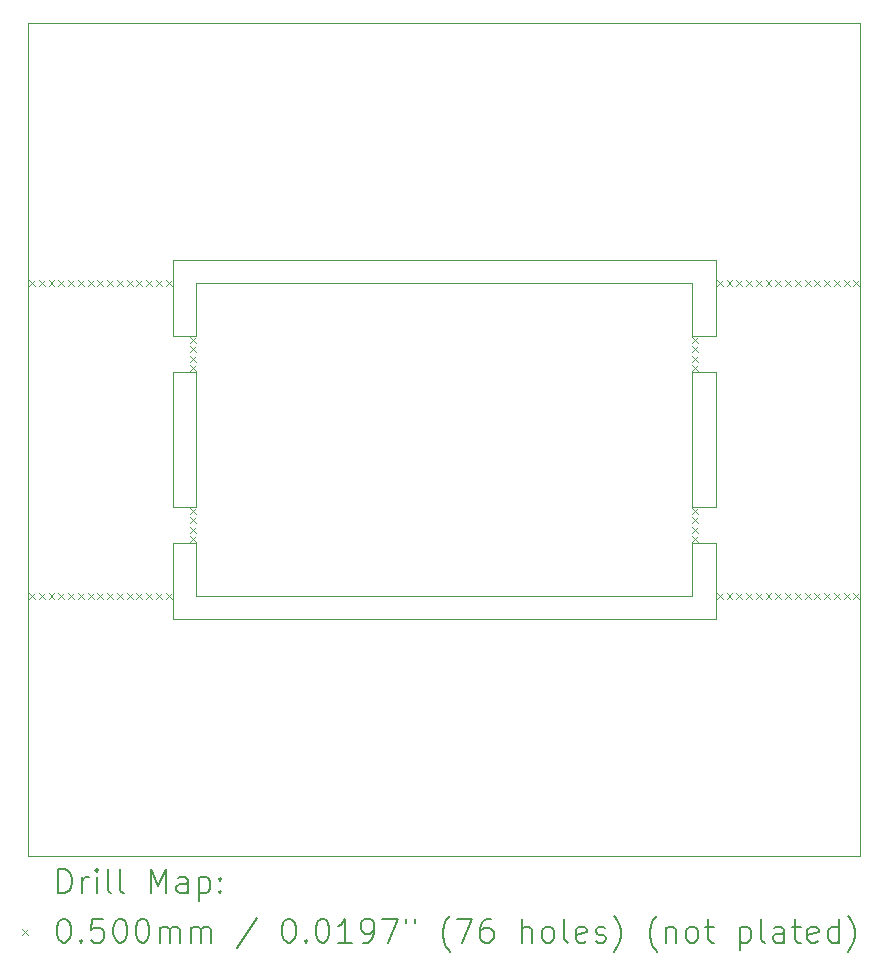
<source format=gbr>
%TF.GenerationSoftware,KiCad,Pcbnew,9.0.4*%
%TF.CreationDate,2025-08-20T21:16:51-04:00*%
%TF.ProjectId,jlcpcb_1x1,6a6c6370-6362-45f3-9178-312e6b696361,rev?*%
%TF.SameCoordinates,Original*%
%TF.FileFunction,Drillmap*%
%TF.FilePolarity,Positive*%
%FSLAX45Y45*%
G04 Gerber Fmt 4.5, Leading zero omitted, Abs format (unit mm)*
G04 Created by KiCad (PCBNEW 9.0.4) date 2025-08-20 21:16:51*
%MOMM*%
%LPD*%
G01*
G04 APERTURE LIST*
%ADD10C,0.100000*%
%ADD11C,0.200000*%
G04 APERTURE END LIST*
D10*
X5623000Y-4096000D02*
X5623000Y-2950000D01*
X1223000Y-2000000D02*
X5823000Y-2000000D01*
X5823000Y-4396000D02*
X5823000Y-5046000D01*
X7046000Y0D02*
X0Y0D01*
X1223000Y-2950000D02*
X1423000Y-2950000D01*
X5623000Y-2950000D02*
X5823000Y-2950000D01*
X5823000Y-2650000D02*
X5623000Y-2650000D01*
X5623000Y-2650000D02*
X5623000Y-2200000D01*
X1423000Y-2650000D02*
X1223000Y-2650000D01*
X0Y-7046000D02*
X7046000Y-7046000D01*
X1423000Y-2950000D02*
X1423000Y-4096000D01*
X1423000Y-4846000D02*
X5623000Y-4846000D01*
X1423000Y-4396000D02*
X1423000Y-4846000D01*
X5823000Y-5046000D02*
X1223000Y-5046000D01*
X1423000Y-4096000D02*
X1223000Y-4096000D01*
X5823000Y-2950000D02*
X5823000Y-4096000D01*
X1223000Y-2650000D02*
X1223000Y-2000000D01*
X5823000Y-4096000D02*
X5623000Y-4096000D01*
X5623000Y-2200000D02*
X1423000Y-2200000D01*
X1423000Y-2200000D02*
X1423000Y-2650000D01*
X5823000Y-2000000D02*
X5823000Y-2650000D01*
X1223000Y-5046000D02*
X1223000Y-4396000D01*
X5623000Y-4396000D02*
X5823000Y-4396000D01*
X1223000Y-4396000D02*
X1423000Y-4396000D01*
X1223000Y-4096000D02*
X1223000Y-2950000D01*
X5623000Y-4846000D02*
X5623000Y-4396000D01*
X0Y0D02*
X0Y-7046000D01*
X7046000Y-7046000D02*
X7046000Y0D01*
D11*
D10*
X7687Y-2175000D02*
X57687Y-2225000D01*
X57687Y-2175000D02*
X7687Y-2225000D01*
X7687Y-4821000D02*
X57687Y-4871000D01*
X57687Y-4821000D02*
X7687Y-4871000D01*
X90375Y-2175000D02*
X140375Y-2225000D01*
X140375Y-2175000D02*
X90375Y-2225000D01*
X90375Y-4821000D02*
X140375Y-4871000D01*
X140375Y-4821000D02*
X90375Y-4871000D01*
X173063Y-2175000D02*
X223062Y-2225000D01*
X223062Y-2175000D02*
X173063Y-2225000D01*
X173063Y-4821000D02*
X223062Y-4871000D01*
X223062Y-4821000D02*
X173063Y-4871000D01*
X255750Y-2175000D02*
X305750Y-2225000D01*
X305750Y-2175000D02*
X255750Y-2225000D01*
X255750Y-4821000D02*
X305750Y-4871000D01*
X305750Y-4821000D02*
X255750Y-4871000D01*
X338438Y-2175000D02*
X388437Y-2225000D01*
X388437Y-2175000D02*
X338438Y-2225000D01*
X338438Y-4821000D02*
X388437Y-4871000D01*
X388437Y-4821000D02*
X338438Y-4871000D01*
X421125Y-2175000D02*
X471125Y-2225000D01*
X471125Y-2175000D02*
X421125Y-2225000D01*
X421125Y-4821000D02*
X471125Y-4871000D01*
X471125Y-4821000D02*
X421125Y-4871000D01*
X503812Y-2175000D02*
X553813Y-2225000D01*
X553813Y-2175000D02*
X503812Y-2225000D01*
X503812Y-4821000D02*
X553813Y-4871000D01*
X553813Y-4821000D02*
X503812Y-4871000D01*
X586500Y-2175000D02*
X636500Y-2225000D01*
X636500Y-2175000D02*
X586500Y-2225000D01*
X586500Y-4821000D02*
X636500Y-4871000D01*
X636500Y-4821000D02*
X586500Y-4871000D01*
X669188Y-2175000D02*
X719187Y-2225000D01*
X719187Y-2175000D02*
X669188Y-2225000D01*
X669188Y-4821000D02*
X719187Y-4871000D01*
X719187Y-4821000D02*
X669188Y-4871000D01*
X751875Y-2175000D02*
X801875Y-2225000D01*
X801875Y-2175000D02*
X751875Y-2225000D01*
X751875Y-4821000D02*
X801875Y-4871000D01*
X801875Y-4821000D02*
X751875Y-4871000D01*
X834562Y-2175000D02*
X884562Y-2225000D01*
X884562Y-2175000D02*
X834562Y-2225000D01*
X834562Y-4821000D02*
X884562Y-4871000D01*
X884562Y-4821000D02*
X834562Y-4871000D01*
X917250Y-2175000D02*
X967250Y-2225000D01*
X967250Y-2175000D02*
X917250Y-2225000D01*
X917250Y-4821000D02*
X967250Y-4871000D01*
X967250Y-4821000D02*
X917250Y-4871000D01*
X999937Y-2175000D02*
X1049938Y-2225000D01*
X1049938Y-2175000D02*
X999937Y-2225000D01*
X999937Y-4821000D02*
X1049938Y-4871000D01*
X1049938Y-4821000D02*
X999937Y-4871000D01*
X1082625Y-2175000D02*
X1132625Y-2225000D01*
X1132625Y-2175000D02*
X1082625Y-2225000D01*
X1082625Y-4821000D02*
X1132625Y-4871000D01*
X1132625Y-4821000D02*
X1082625Y-4871000D01*
X1165313Y-2175000D02*
X1215313Y-2225000D01*
X1215313Y-2175000D02*
X1165313Y-2225000D01*
X1165313Y-4821000D02*
X1215313Y-4871000D01*
X1215313Y-4821000D02*
X1165313Y-4871000D01*
X1373000Y-2655000D02*
X1423000Y-2705000D01*
X1423000Y-2655000D02*
X1373000Y-2705000D01*
X1373000Y-2735000D02*
X1423000Y-2785000D01*
X1423000Y-2735000D02*
X1373000Y-2785000D01*
X1373000Y-2815000D02*
X1423000Y-2865000D01*
X1423000Y-2815000D02*
X1373000Y-2865000D01*
X1373000Y-2895000D02*
X1423000Y-2945000D01*
X1423000Y-2895000D02*
X1373000Y-2945000D01*
X1373000Y-4101000D02*
X1423000Y-4151000D01*
X1423000Y-4101000D02*
X1373000Y-4151000D01*
X1373000Y-4181000D02*
X1423000Y-4231000D01*
X1423000Y-4181000D02*
X1373000Y-4231000D01*
X1373000Y-4261000D02*
X1423000Y-4311000D01*
X1423000Y-4261000D02*
X1373000Y-4311000D01*
X1373000Y-4341000D02*
X1423000Y-4391000D01*
X1423000Y-4341000D02*
X1373000Y-4391000D01*
X5623000Y-2655000D02*
X5673000Y-2705000D01*
X5673000Y-2655000D02*
X5623000Y-2705000D01*
X5623000Y-2735000D02*
X5673000Y-2785000D01*
X5673000Y-2735000D02*
X5623000Y-2785000D01*
X5623000Y-2815000D02*
X5673000Y-2865000D01*
X5673000Y-2815000D02*
X5623000Y-2865000D01*
X5623000Y-2895000D02*
X5673000Y-2945000D01*
X5673000Y-2895000D02*
X5623000Y-2945000D01*
X5623000Y-4101000D02*
X5673000Y-4151000D01*
X5673000Y-4101000D02*
X5623000Y-4151000D01*
X5623000Y-4181000D02*
X5673000Y-4231000D01*
X5673000Y-4181000D02*
X5623000Y-4231000D01*
X5623000Y-4261000D02*
X5673000Y-4311000D01*
X5673000Y-4261000D02*
X5623000Y-4311000D01*
X5623000Y-4341000D02*
X5673000Y-4391000D01*
X5673000Y-4341000D02*
X5623000Y-4391000D01*
X5830687Y-2175000D02*
X5880687Y-2225000D01*
X5880687Y-2175000D02*
X5830687Y-2225000D01*
X5830687Y-4821000D02*
X5880687Y-4871000D01*
X5880687Y-4821000D02*
X5830687Y-4871000D01*
X5913375Y-2175000D02*
X5963375Y-2225000D01*
X5963375Y-2175000D02*
X5913375Y-2225000D01*
X5913375Y-4821000D02*
X5963375Y-4871000D01*
X5963375Y-4821000D02*
X5913375Y-4871000D01*
X5996062Y-2175000D02*
X6046062Y-2225000D01*
X6046062Y-2175000D02*
X5996062Y-2225000D01*
X5996062Y-4821000D02*
X6046062Y-4871000D01*
X6046062Y-4821000D02*
X5996062Y-4871000D01*
X6078750Y-2175000D02*
X6128750Y-2225000D01*
X6128750Y-2175000D02*
X6078750Y-2225000D01*
X6078750Y-4821000D02*
X6128750Y-4871000D01*
X6128750Y-4821000D02*
X6078750Y-4871000D01*
X6161437Y-2175000D02*
X6211437Y-2225000D01*
X6211437Y-2175000D02*
X6161437Y-2225000D01*
X6161437Y-4821000D02*
X6211437Y-4871000D01*
X6211437Y-4821000D02*
X6161437Y-4871000D01*
X6244125Y-2175000D02*
X6294125Y-2225000D01*
X6294125Y-2175000D02*
X6244125Y-2225000D01*
X6244125Y-4821000D02*
X6294125Y-4871000D01*
X6294125Y-4821000D02*
X6244125Y-4871000D01*
X6326812Y-2175000D02*
X6376812Y-2225000D01*
X6376812Y-2175000D02*
X6326812Y-2225000D01*
X6326812Y-4821000D02*
X6376812Y-4871000D01*
X6376812Y-4821000D02*
X6326812Y-4871000D01*
X6409500Y-2175000D02*
X6459500Y-2225000D01*
X6459500Y-2175000D02*
X6409500Y-2225000D01*
X6409500Y-4821000D02*
X6459500Y-4871000D01*
X6459500Y-4821000D02*
X6409500Y-4871000D01*
X6492187Y-2175000D02*
X6542187Y-2225000D01*
X6542187Y-2175000D02*
X6492187Y-2225000D01*
X6492187Y-4821000D02*
X6542187Y-4871000D01*
X6542187Y-4821000D02*
X6492187Y-4871000D01*
X6574875Y-2175000D02*
X6624875Y-2225000D01*
X6624875Y-2175000D02*
X6574875Y-2225000D01*
X6574875Y-4821000D02*
X6624875Y-4871000D01*
X6624875Y-4821000D02*
X6574875Y-4871000D01*
X6657562Y-2175000D02*
X6707562Y-2225000D01*
X6707562Y-2175000D02*
X6657562Y-2225000D01*
X6657562Y-4821000D02*
X6707562Y-4871000D01*
X6707562Y-4821000D02*
X6657562Y-4871000D01*
X6740250Y-2175000D02*
X6790250Y-2225000D01*
X6790250Y-2175000D02*
X6740250Y-2225000D01*
X6740250Y-4821000D02*
X6790250Y-4871000D01*
X6790250Y-4821000D02*
X6740250Y-4871000D01*
X6822937Y-2175000D02*
X6872937Y-2225000D01*
X6872937Y-2175000D02*
X6822937Y-2225000D01*
X6822937Y-4821000D02*
X6872937Y-4871000D01*
X6872937Y-4821000D02*
X6822937Y-4871000D01*
X6905625Y-2175000D02*
X6955625Y-2225000D01*
X6955625Y-2175000D02*
X6905625Y-2225000D01*
X6905625Y-4821000D02*
X6955625Y-4871000D01*
X6955625Y-4821000D02*
X6905625Y-4871000D01*
X6988312Y-2175000D02*
X7038312Y-2225000D01*
X7038312Y-2175000D02*
X6988312Y-2225000D01*
X6988312Y-4821000D02*
X7038312Y-4871000D01*
X7038312Y-4821000D02*
X6988312Y-4871000D01*
D11*
X255777Y-7362484D02*
X255777Y-7162484D01*
X255777Y-7162484D02*
X303396Y-7162484D01*
X303396Y-7162484D02*
X331967Y-7172008D01*
X331967Y-7172008D02*
X351015Y-7191055D01*
X351015Y-7191055D02*
X360539Y-7210103D01*
X360539Y-7210103D02*
X370062Y-7248198D01*
X370062Y-7248198D02*
X370062Y-7276769D01*
X370062Y-7276769D02*
X360539Y-7314865D01*
X360539Y-7314865D02*
X351015Y-7333912D01*
X351015Y-7333912D02*
X331967Y-7352960D01*
X331967Y-7352960D02*
X303396Y-7362484D01*
X303396Y-7362484D02*
X255777Y-7362484D01*
X455777Y-7362484D02*
X455777Y-7229150D01*
X455777Y-7267246D02*
X465301Y-7248198D01*
X465301Y-7248198D02*
X474824Y-7238674D01*
X474824Y-7238674D02*
X493872Y-7229150D01*
X493872Y-7229150D02*
X512920Y-7229150D01*
X579586Y-7362484D02*
X579586Y-7229150D01*
X579586Y-7162484D02*
X570063Y-7172008D01*
X570063Y-7172008D02*
X579586Y-7181531D01*
X579586Y-7181531D02*
X589110Y-7172008D01*
X589110Y-7172008D02*
X579586Y-7162484D01*
X579586Y-7162484D02*
X579586Y-7181531D01*
X703396Y-7362484D02*
X684348Y-7352960D01*
X684348Y-7352960D02*
X674824Y-7333912D01*
X674824Y-7333912D02*
X674824Y-7162484D01*
X808158Y-7362484D02*
X789110Y-7352960D01*
X789110Y-7352960D02*
X779586Y-7333912D01*
X779586Y-7333912D02*
X779586Y-7162484D01*
X1036729Y-7362484D02*
X1036729Y-7162484D01*
X1036729Y-7162484D02*
X1103396Y-7305341D01*
X1103396Y-7305341D02*
X1170063Y-7162484D01*
X1170063Y-7162484D02*
X1170063Y-7362484D01*
X1351015Y-7362484D02*
X1351015Y-7257722D01*
X1351015Y-7257722D02*
X1341491Y-7238674D01*
X1341491Y-7238674D02*
X1322444Y-7229150D01*
X1322444Y-7229150D02*
X1284348Y-7229150D01*
X1284348Y-7229150D02*
X1265301Y-7238674D01*
X1351015Y-7352960D02*
X1331967Y-7362484D01*
X1331967Y-7362484D02*
X1284348Y-7362484D01*
X1284348Y-7362484D02*
X1265301Y-7352960D01*
X1265301Y-7352960D02*
X1255777Y-7333912D01*
X1255777Y-7333912D02*
X1255777Y-7314865D01*
X1255777Y-7314865D02*
X1265301Y-7295817D01*
X1265301Y-7295817D02*
X1284348Y-7286293D01*
X1284348Y-7286293D02*
X1331967Y-7286293D01*
X1331967Y-7286293D02*
X1351015Y-7276769D01*
X1446253Y-7229150D02*
X1446253Y-7429150D01*
X1446253Y-7238674D02*
X1465301Y-7229150D01*
X1465301Y-7229150D02*
X1503396Y-7229150D01*
X1503396Y-7229150D02*
X1522443Y-7238674D01*
X1522443Y-7238674D02*
X1531967Y-7248198D01*
X1531967Y-7248198D02*
X1541491Y-7267246D01*
X1541491Y-7267246D02*
X1541491Y-7324388D01*
X1541491Y-7324388D02*
X1531967Y-7343436D01*
X1531967Y-7343436D02*
X1522443Y-7352960D01*
X1522443Y-7352960D02*
X1503396Y-7362484D01*
X1503396Y-7362484D02*
X1465301Y-7362484D01*
X1465301Y-7362484D02*
X1446253Y-7352960D01*
X1627205Y-7343436D02*
X1636729Y-7352960D01*
X1636729Y-7352960D02*
X1627205Y-7362484D01*
X1627205Y-7362484D02*
X1617682Y-7352960D01*
X1617682Y-7352960D02*
X1627205Y-7343436D01*
X1627205Y-7343436D02*
X1627205Y-7362484D01*
X1627205Y-7238674D02*
X1636729Y-7248198D01*
X1636729Y-7248198D02*
X1627205Y-7257722D01*
X1627205Y-7257722D02*
X1617682Y-7248198D01*
X1617682Y-7248198D02*
X1627205Y-7238674D01*
X1627205Y-7238674D02*
X1627205Y-7257722D01*
D10*
X-55000Y-7666000D02*
X-5000Y-7716000D01*
X-5000Y-7666000D02*
X-55000Y-7716000D01*
D11*
X293872Y-7582484D02*
X312920Y-7582484D01*
X312920Y-7582484D02*
X331967Y-7592008D01*
X331967Y-7592008D02*
X341491Y-7601531D01*
X341491Y-7601531D02*
X351015Y-7620579D01*
X351015Y-7620579D02*
X360539Y-7658674D01*
X360539Y-7658674D02*
X360539Y-7706293D01*
X360539Y-7706293D02*
X351015Y-7744388D01*
X351015Y-7744388D02*
X341491Y-7763436D01*
X341491Y-7763436D02*
X331967Y-7772960D01*
X331967Y-7772960D02*
X312920Y-7782484D01*
X312920Y-7782484D02*
X293872Y-7782484D01*
X293872Y-7782484D02*
X274824Y-7772960D01*
X274824Y-7772960D02*
X265301Y-7763436D01*
X265301Y-7763436D02*
X255777Y-7744388D01*
X255777Y-7744388D02*
X246253Y-7706293D01*
X246253Y-7706293D02*
X246253Y-7658674D01*
X246253Y-7658674D02*
X255777Y-7620579D01*
X255777Y-7620579D02*
X265301Y-7601531D01*
X265301Y-7601531D02*
X274824Y-7592008D01*
X274824Y-7592008D02*
X293872Y-7582484D01*
X446253Y-7763436D02*
X455777Y-7772960D01*
X455777Y-7772960D02*
X446253Y-7782484D01*
X446253Y-7782484D02*
X436729Y-7772960D01*
X436729Y-7772960D02*
X446253Y-7763436D01*
X446253Y-7763436D02*
X446253Y-7782484D01*
X636729Y-7582484D02*
X541491Y-7582484D01*
X541491Y-7582484D02*
X531967Y-7677722D01*
X531967Y-7677722D02*
X541491Y-7668198D01*
X541491Y-7668198D02*
X560539Y-7658674D01*
X560539Y-7658674D02*
X608158Y-7658674D01*
X608158Y-7658674D02*
X627205Y-7668198D01*
X627205Y-7668198D02*
X636729Y-7677722D01*
X636729Y-7677722D02*
X646253Y-7696769D01*
X646253Y-7696769D02*
X646253Y-7744388D01*
X646253Y-7744388D02*
X636729Y-7763436D01*
X636729Y-7763436D02*
X627205Y-7772960D01*
X627205Y-7772960D02*
X608158Y-7782484D01*
X608158Y-7782484D02*
X560539Y-7782484D01*
X560539Y-7782484D02*
X541491Y-7772960D01*
X541491Y-7772960D02*
X531967Y-7763436D01*
X770062Y-7582484D02*
X789110Y-7582484D01*
X789110Y-7582484D02*
X808158Y-7592008D01*
X808158Y-7592008D02*
X817682Y-7601531D01*
X817682Y-7601531D02*
X827205Y-7620579D01*
X827205Y-7620579D02*
X836729Y-7658674D01*
X836729Y-7658674D02*
X836729Y-7706293D01*
X836729Y-7706293D02*
X827205Y-7744388D01*
X827205Y-7744388D02*
X817682Y-7763436D01*
X817682Y-7763436D02*
X808158Y-7772960D01*
X808158Y-7772960D02*
X789110Y-7782484D01*
X789110Y-7782484D02*
X770062Y-7782484D01*
X770062Y-7782484D02*
X751015Y-7772960D01*
X751015Y-7772960D02*
X741491Y-7763436D01*
X741491Y-7763436D02*
X731967Y-7744388D01*
X731967Y-7744388D02*
X722443Y-7706293D01*
X722443Y-7706293D02*
X722443Y-7658674D01*
X722443Y-7658674D02*
X731967Y-7620579D01*
X731967Y-7620579D02*
X741491Y-7601531D01*
X741491Y-7601531D02*
X751015Y-7592008D01*
X751015Y-7592008D02*
X770062Y-7582484D01*
X960539Y-7582484D02*
X979586Y-7582484D01*
X979586Y-7582484D02*
X998634Y-7592008D01*
X998634Y-7592008D02*
X1008158Y-7601531D01*
X1008158Y-7601531D02*
X1017682Y-7620579D01*
X1017682Y-7620579D02*
X1027205Y-7658674D01*
X1027205Y-7658674D02*
X1027205Y-7706293D01*
X1027205Y-7706293D02*
X1017682Y-7744388D01*
X1017682Y-7744388D02*
X1008158Y-7763436D01*
X1008158Y-7763436D02*
X998634Y-7772960D01*
X998634Y-7772960D02*
X979586Y-7782484D01*
X979586Y-7782484D02*
X960539Y-7782484D01*
X960539Y-7782484D02*
X941491Y-7772960D01*
X941491Y-7772960D02*
X931967Y-7763436D01*
X931967Y-7763436D02*
X922443Y-7744388D01*
X922443Y-7744388D02*
X912920Y-7706293D01*
X912920Y-7706293D02*
X912920Y-7658674D01*
X912920Y-7658674D02*
X922443Y-7620579D01*
X922443Y-7620579D02*
X931967Y-7601531D01*
X931967Y-7601531D02*
X941491Y-7592008D01*
X941491Y-7592008D02*
X960539Y-7582484D01*
X1112920Y-7782484D02*
X1112920Y-7649150D01*
X1112920Y-7668198D02*
X1122444Y-7658674D01*
X1122444Y-7658674D02*
X1141491Y-7649150D01*
X1141491Y-7649150D02*
X1170063Y-7649150D01*
X1170063Y-7649150D02*
X1189110Y-7658674D01*
X1189110Y-7658674D02*
X1198634Y-7677722D01*
X1198634Y-7677722D02*
X1198634Y-7782484D01*
X1198634Y-7677722D02*
X1208158Y-7658674D01*
X1208158Y-7658674D02*
X1227205Y-7649150D01*
X1227205Y-7649150D02*
X1255777Y-7649150D01*
X1255777Y-7649150D02*
X1274825Y-7658674D01*
X1274825Y-7658674D02*
X1284348Y-7677722D01*
X1284348Y-7677722D02*
X1284348Y-7782484D01*
X1379586Y-7782484D02*
X1379586Y-7649150D01*
X1379586Y-7668198D02*
X1389110Y-7658674D01*
X1389110Y-7658674D02*
X1408158Y-7649150D01*
X1408158Y-7649150D02*
X1436729Y-7649150D01*
X1436729Y-7649150D02*
X1455777Y-7658674D01*
X1455777Y-7658674D02*
X1465301Y-7677722D01*
X1465301Y-7677722D02*
X1465301Y-7782484D01*
X1465301Y-7677722D02*
X1474824Y-7658674D01*
X1474824Y-7658674D02*
X1493872Y-7649150D01*
X1493872Y-7649150D02*
X1522443Y-7649150D01*
X1522443Y-7649150D02*
X1541491Y-7658674D01*
X1541491Y-7658674D02*
X1551015Y-7677722D01*
X1551015Y-7677722D02*
X1551015Y-7782484D01*
X1941491Y-7572960D02*
X1770063Y-7830103D01*
X2198634Y-7582484D02*
X2217682Y-7582484D01*
X2217682Y-7582484D02*
X2236729Y-7592008D01*
X2236729Y-7592008D02*
X2246253Y-7601531D01*
X2246253Y-7601531D02*
X2255777Y-7620579D01*
X2255777Y-7620579D02*
X2265301Y-7658674D01*
X2265301Y-7658674D02*
X2265301Y-7706293D01*
X2265301Y-7706293D02*
X2255777Y-7744388D01*
X2255777Y-7744388D02*
X2246253Y-7763436D01*
X2246253Y-7763436D02*
X2236729Y-7772960D01*
X2236729Y-7772960D02*
X2217682Y-7782484D01*
X2217682Y-7782484D02*
X2198634Y-7782484D01*
X2198634Y-7782484D02*
X2179587Y-7772960D01*
X2179587Y-7772960D02*
X2170063Y-7763436D01*
X2170063Y-7763436D02*
X2160539Y-7744388D01*
X2160539Y-7744388D02*
X2151015Y-7706293D01*
X2151015Y-7706293D02*
X2151015Y-7658674D01*
X2151015Y-7658674D02*
X2160539Y-7620579D01*
X2160539Y-7620579D02*
X2170063Y-7601531D01*
X2170063Y-7601531D02*
X2179587Y-7592008D01*
X2179587Y-7592008D02*
X2198634Y-7582484D01*
X2351015Y-7763436D02*
X2360539Y-7772960D01*
X2360539Y-7772960D02*
X2351015Y-7782484D01*
X2351015Y-7782484D02*
X2341491Y-7772960D01*
X2341491Y-7772960D02*
X2351015Y-7763436D01*
X2351015Y-7763436D02*
X2351015Y-7782484D01*
X2484348Y-7582484D02*
X2503396Y-7582484D01*
X2503396Y-7582484D02*
X2522444Y-7592008D01*
X2522444Y-7592008D02*
X2531968Y-7601531D01*
X2531968Y-7601531D02*
X2541491Y-7620579D01*
X2541491Y-7620579D02*
X2551015Y-7658674D01*
X2551015Y-7658674D02*
X2551015Y-7706293D01*
X2551015Y-7706293D02*
X2541491Y-7744388D01*
X2541491Y-7744388D02*
X2531968Y-7763436D01*
X2531968Y-7763436D02*
X2522444Y-7772960D01*
X2522444Y-7772960D02*
X2503396Y-7782484D01*
X2503396Y-7782484D02*
X2484348Y-7782484D01*
X2484348Y-7782484D02*
X2465301Y-7772960D01*
X2465301Y-7772960D02*
X2455777Y-7763436D01*
X2455777Y-7763436D02*
X2446253Y-7744388D01*
X2446253Y-7744388D02*
X2436729Y-7706293D01*
X2436729Y-7706293D02*
X2436729Y-7658674D01*
X2436729Y-7658674D02*
X2446253Y-7620579D01*
X2446253Y-7620579D02*
X2455777Y-7601531D01*
X2455777Y-7601531D02*
X2465301Y-7592008D01*
X2465301Y-7592008D02*
X2484348Y-7582484D01*
X2741491Y-7782484D02*
X2627206Y-7782484D01*
X2684348Y-7782484D02*
X2684348Y-7582484D01*
X2684348Y-7582484D02*
X2665301Y-7611055D01*
X2665301Y-7611055D02*
X2646253Y-7630103D01*
X2646253Y-7630103D02*
X2627206Y-7639627D01*
X2836729Y-7782484D02*
X2874825Y-7782484D01*
X2874825Y-7782484D02*
X2893872Y-7772960D01*
X2893872Y-7772960D02*
X2903396Y-7763436D01*
X2903396Y-7763436D02*
X2922444Y-7734865D01*
X2922444Y-7734865D02*
X2931967Y-7696769D01*
X2931967Y-7696769D02*
X2931967Y-7620579D01*
X2931967Y-7620579D02*
X2922444Y-7601531D01*
X2922444Y-7601531D02*
X2912920Y-7592008D01*
X2912920Y-7592008D02*
X2893872Y-7582484D01*
X2893872Y-7582484D02*
X2855777Y-7582484D01*
X2855777Y-7582484D02*
X2836729Y-7592008D01*
X2836729Y-7592008D02*
X2827206Y-7601531D01*
X2827206Y-7601531D02*
X2817682Y-7620579D01*
X2817682Y-7620579D02*
X2817682Y-7668198D01*
X2817682Y-7668198D02*
X2827206Y-7687246D01*
X2827206Y-7687246D02*
X2836729Y-7696769D01*
X2836729Y-7696769D02*
X2855777Y-7706293D01*
X2855777Y-7706293D02*
X2893872Y-7706293D01*
X2893872Y-7706293D02*
X2912920Y-7696769D01*
X2912920Y-7696769D02*
X2922444Y-7687246D01*
X2922444Y-7687246D02*
X2931967Y-7668198D01*
X2998634Y-7582484D02*
X3131967Y-7582484D01*
X3131967Y-7582484D02*
X3046253Y-7782484D01*
X3198634Y-7582484D02*
X3198634Y-7620579D01*
X3274825Y-7582484D02*
X3274825Y-7620579D01*
X3570063Y-7858674D02*
X3560539Y-7849150D01*
X3560539Y-7849150D02*
X3541491Y-7820579D01*
X3541491Y-7820579D02*
X3531968Y-7801531D01*
X3531968Y-7801531D02*
X3522444Y-7772960D01*
X3522444Y-7772960D02*
X3512920Y-7725341D01*
X3512920Y-7725341D02*
X3512920Y-7687246D01*
X3512920Y-7687246D02*
X3522444Y-7639627D01*
X3522444Y-7639627D02*
X3531968Y-7611055D01*
X3531968Y-7611055D02*
X3541491Y-7592008D01*
X3541491Y-7592008D02*
X3560539Y-7563436D01*
X3560539Y-7563436D02*
X3570063Y-7553912D01*
X3627206Y-7582484D02*
X3760539Y-7582484D01*
X3760539Y-7582484D02*
X3674825Y-7782484D01*
X3922444Y-7582484D02*
X3884348Y-7582484D01*
X3884348Y-7582484D02*
X3865301Y-7592008D01*
X3865301Y-7592008D02*
X3855777Y-7601531D01*
X3855777Y-7601531D02*
X3836729Y-7630103D01*
X3836729Y-7630103D02*
X3827206Y-7668198D01*
X3827206Y-7668198D02*
X3827206Y-7744388D01*
X3827206Y-7744388D02*
X3836729Y-7763436D01*
X3836729Y-7763436D02*
X3846253Y-7772960D01*
X3846253Y-7772960D02*
X3865301Y-7782484D01*
X3865301Y-7782484D02*
X3903396Y-7782484D01*
X3903396Y-7782484D02*
X3922444Y-7772960D01*
X3922444Y-7772960D02*
X3931968Y-7763436D01*
X3931968Y-7763436D02*
X3941491Y-7744388D01*
X3941491Y-7744388D02*
X3941491Y-7696769D01*
X3941491Y-7696769D02*
X3931968Y-7677722D01*
X3931968Y-7677722D02*
X3922444Y-7668198D01*
X3922444Y-7668198D02*
X3903396Y-7658674D01*
X3903396Y-7658674D02*
X3865301Y-7658674D01*
X3865301Y-7658674D02*
X3846253Y-7668198D01*
X3846253Y-7668198D02*
X3836729Y-7677722D01*
X3836729Y-7677722D02*
X3827206Y-7696769D01*
X4179587Y-7782484D02*
X4179587Y-7582484D01*
X4265301Y-7782484D02*
X4265301Y-7677722D01*
X4265301Y-7677722D02*
X4255777Y-7658674D01*
X4255777Y-7658674D02*
X4236730Y-7649150D01*
X4236730Y-7649150D02*
X4208158Y-7649150D01*
X4208158Y-7649150D02*
X4189110Y-7658674D01*
X4189110Y-7658674D02*
X4179587Y-7668198D01*
X4389111Y-7782484D02*
X4370063Y-7772960D01*
X4370063Y-7772960D02*
X4360539Y-7763436D01*
X4360539Y-7763436D02*
X4351015Y-7744388D01*
X4351015Y-7744388D02*
X4351015Y-7687246D01*
X4351015Y-7687246D02*
X4360539Y-7668198D01*
X4360539Y-7668198D02*
X4370063Y-7658674D01*
X4370063Y-7658674D02*
X4389111Y-7649150D01*
X4389111Y-7649150D02*
X4417682Y-7649150D01*
X4417682Y-7649150D02*
X4436730Y-7658674D01*
X4436730Y-7658674D02*
X4446253Y-7668198D01*
X4446253Y-7668198D02*
X4455777Y-7687246D01*
X4455777Y-7687246D02*
X4455777Y-7744388D01*
X4455777Y-7744388D02*
X4446253Y-7763436D01*
X4446253Y-7763436D02*
X4436730Y-7772960D01*
X4436730Y-7772960D02*
X4417682Y-7782484D01*
X4417682Y-7782484D02*
X4389111Y-7782484D01*
X4570063Y-7782484D02*
X4551015Y-7772960D01*
X4551015Y-7772960D02*
X4541492Y-7753912D01*
X4541492Y-7753912D02*
X4541492Y-7582484D01*
X4722444Y-7772960D02*
X4703396Y-7782484D01*
X4703396Y-7782484D02*
X4665301Y-7782484D01*
X4665301Y-7782484D02*
X4646253Y-7772960D01*
X4646253Y-7772960D02*
X4636730Y-7753912D01*
X4636730Y-7753912D02*
X4636730Y-7677722D01*
X4636730Y-7677722D02*
X4646253Y-7658674D01*
X4646253Y-7658674D02*
X4665301Y-7649150D01*
X4665301Y-7649150D02*
X4703396Y-7649150D01*
X4703396Y-7649150D02*
X4722444Y-7658674D01*
X4722444Y-7658674D02*
X4731968Y-7677722D01*
X4731968Y-7677722D02*
X4731968Y-7696769D01*
X4731968Y-7696769D02*
X4636730Y-7715817D01*
X4808158Y-7772960D02*
X4827206Y-7782484D01*
X4827206Y-7782484D02*
X4865301Y-7782484D01*
X4865301Y-7782484D02*
X4884349Y-7772960D01*
X4884349Y-7772960D02*
X4893873Y-7753912D01*
X4893873Y-7753912D02*
X4893873Y-7744388D01*
X4893873Y-7744388D02*
X4884349Y-7725341D01*
X4884349Y-7725341D02*
X4865301Y-7715817D01*
X4865301Y-7715817D02*
X4836730Y-7715817D01*
X4836730Y-7715817D02*
X4817682Y-7706293D01*
X4817682Y-7706293D02*
X4808158Y-7687246D01*
X4808158Y-7687246D02*
X4808158Y-7677722D01*
X4808158Y-7677722D02*
X4817682Y-7658674D01*
X4817682Y-7658674D02*
X4836730Y-7649150D01*
X4836730Y-7649150D02*
X4865301Y-7649150D01*
X4865301Y-7649150D02*
X4884349Y-7658674D01*
X4960539Y-7858674D02*
X4970063Y-7849150D01*
X4970063Y-7849150D02*
X4989111Y-7820579D01*
X4989111Y-7820579D02*
X4998634Y-7801531D01*
X4998634Y-7801531D02*
X5008158Y-7772960D01*
X5008158Y-7772960D02*
X5017682Y-7725341D01*
X5017682Y-7725341D02*
X5017682Y-7687246D01*
X5017682Y-7687246D02*
X5008158Y-7639627D01*
X5008158Y-7639627D02*
X4998634Y-7611055D01*
X4998634Y-7611055D02*
X4989111Y-7592008D01*
X4989111Y-7592008D02*
X4970063Y-7563436D01*
X4970063Y-7563436D02*
X4960539Y-7553912D01*
X5322444Y-7858674D02*
X5312920Y-7849150D01*
X5312920Y-7849150D02*
X5293873Y-7820579D01*
X5293873Y-7820579D02*
X5284349Y-7801531D01*
X5284349Y-7801531D02*
X5274825Y-7772960D01*
X5274825Y-7772960D02*
X5265301Y-7725341D01*
X5265301Y-7725341D02*
X5265301Y-7687246D01*
X5265301Y-7687246D02*
X5274825Y-7639627D01*
X5274825Y-7639627D02*
X5284349Y-7611055D01*
X5284349Y-7611055D02*
X5293873Y-7592008D01*
X5293873Y-7592008D02*
X5312920Y-7563436D01*
X5312920Y-7563436D02*
X5322444Y-7553912D01*
X5398634Y-7649150D02*
X5398634Y-7782484D01*
X5398634Y-7668198D02*
X5408158Y-7658674D01*
X5408158Y-7658674D02*
X5427206Y-7649150D01*
X5427206Y-7649150D02*
X5455777Y-7649150D01*
X5455777Y-7649150D02*
X5474825Y-7658674D01*
X5474825Y-7658674D02*
X5484349Y-7677722D01*
X5484349Y-7677722D02*
X5484349Y-7782484D01*
X5608158Y-7782484D02*
X5589111Y-7772960D01*
X5589111Y-7772960D02*
X5579587Y-7763436D01*
X5579587Y-7763436D02*
X5570063Y-7744388D01*
X5570063Y-7744388D02*
X5570063Y-7687246D01*
X5570063Y-7687246D02*
X5579587Y-7668198D01*
X5579587Y-7668198D02*
X5589111Y-7658674D01*
X5589111Y-7658674D02*
X5608158Y-7649150D01*
X5608158Y-7649150D02*
X5636730Y-7649150D01*
X5636730Y-7649150D02*
X5655777Y-7658674D01*
X5655777Y-7658674D02*
X5665301Y-7668198D01*
X5665301Y-7668198D02*
X5674825Y-7687246D01*
X5674825Y-7687246D02*
X5674825Y-7744388D01*
X5674825Y-7744388D02*
X5665301Y-7763436D01*
X5665301Y-7763436D02*
X5655777Y-7772960D01*
X5655777Y-7772960D02*
X5636730Y-7782484D01*
X5636730Y-7782484D02*
X5608158Y-7782484D01*
X5731968Y-7649150D02*
X5808158Y-7649150D01*
X5760539Y-7582484D02*
X5760539Y-7753912D01*
X5760539Y-7753912D02*
X5770063Y-7772960D01*
X5770063Y-7772960D02*
X5789111Y-7782484D01*
X5789111Y-7782484D02*
X5808158Y-7782484D01*
X6027206Y-7649150D02*
X6027206Y-7849150D01*
X6027206Y-7658674D02*
X6046253Y-7649150D01*
X6046253Y-7649150D02*
X6084349Y-7649150D01*
X6084349Y-7649150D02*
X6103396Y-7658674D01*
X6103396Y-7658674D02*
X6112920Y-7668198D01*
X6112920Y-7668198D02*
X6122444Y-7687246D01*
X6122444Y-7687246D02*
X6122444Y-7744388D01*
X6122444Y-7744388D02*
X6112920Y-7763436D01*
X6112920Y-7763436D02*
X6103396Y-7772960D01*
X6103396Y-7772960D02*
X6084349Y-7782484D01*
X6084349Y-7782484D02*
X6046253Y-7782484D01*
X6046253Y-7782484D02*
X6027206Y-7772960D01*
X6236730Y-7782484D02*
X6217682Y-7772960D01*
X6217682Y-7772960D02*
X6208158Y-7753912D01*
X6208158Y-7753912D02*
X6208158Y-7582484D01*
X6398634Y-7782484D02*
X6398634Y-7677722D01*
X6398634Y-7677722D02*
X6389111Y-7658674D01*
X6389111Y-7658674D02*
X6370063Y-7649150D01*
X6370063Y-7649150D02*
X6331968Y-7649150D01*
X6331968Y-7649150D02*
X6312920Y-7658674D01*
X6398634Y-7772960D02*
X6379587Y-7782484D01*
X6379587Y-7782484D02*
X6331968Y-7782484D01*
X6331968Y-7782484D02*
X6312920Y-7772960D01*
X6312920Y-7772960D02*
X6303396Y-7753912D01*
X6303396Y-7753912D02*
X6303396Y-7734865D01*
X6303396Y-7734865D02*
X6312920Y-7715817D01*
X6312920Y-7715817D02*
X6331968Y-7706293D01*
X6331968Y-7706293D02*
X6379587Y-7706293D01*
X6379587Y-7706293D02*
X6398634Y-7696769D01*
X6465301Y-7649150D02*
X6541492Y-7649150D01*
X6493873Y-7582484D02*
X6493873Y-7753912D01*
X6493873Y-7753912D02*
X6503396Y-7772960D01*
X6503396Y-7772960D02*
X6522444Y-7782484D01*
X6522444Y-7782484D02*
X6541492Y-7782484D01*
X6684349Y-7772960D02*
X6665301Y-7782484D01*
X6665301Y-7782484D02*
X6627206Y-7782484D01*
X6627206Y-7782484D02*
X6608158Y-7772960D01*
X6608158Y-7772960D02*
X6598634Y-7753912D01*
X6598634Y-7753912D02*
X6598634Y-7677722D01*
X6598634Y-7677722D02*
X6608158Y-7658674D01*
X6608158Y-7658674D02*
X6627206Y-7649150D01*
X6627206Y-7649150D02*
X6665301Y-7649150D01*
X6665301Y-7649150D02*
X6684349Y-7658674D01*
X6684349Y-7658674D02*
X6693873Y-7677722D01*
X6693873Y-7677722D02*
X6693873Y-7696769D01*
X6693873Y-7696769D02*
X6598634Y-7715817D01*
X6865301Y-7782484D02*
X6865301Y-7582484D01*
X6865301Y-7772960D02*
X6846254Y-7782484D01*
X6846254Y-7782484D02*
X6808158Y-7782484D01*
X6808158Y-7782484D02*
X6789111Y-7772960D01*
X6789111Y-7772960D02*
X6779587Y-7763436D01*
X6779587Y-7763436D02*
X6770063Y-7744388D01*
X6770063Y-7744388D02*
X6770063Y-7687246D01*
X6770063Y-7687246D02*
X6779587Y-7668198D01*
X6779587Y-7668198D02*
X6789111Y-7658674D01*
X6789111Y-7658674D02*
X6808158Y-7649150D01*
X6808158Y-7649150D02*
X6846254Y-7649150D01*
X6846254Y-7649150D02*
X6865301Y-7658674D01*
X6941492Y-7858674D02*
X6951015Y-7849150D01*
X6951015Y-7849150D02*
X6970063Y-7820579D01*
X6970063Y-7820579D02*
X6979587Y-7801531D01*
X6979587Y-7801531D02*
X6989111Y-7772960D01*
X6989111Y-7772960D02*
X6998634Y-7725341D01*
X6998634Y-7725341D02*
X6998634Y-7687246D01*
X6998634Y-7687246D02*
X6989111Y-7639627D01*
X6989111Y-7639627D02*
X6979587Y-7611055D01*
X6979587Y-7611055D02*
X6970063Y-7592008D01*
X6970063Y-7592008D02*
X6951015Y-7563436D01*
X6951015Y-7563436D02*
X6941492Y-7553912D01*
M02*

</source>
